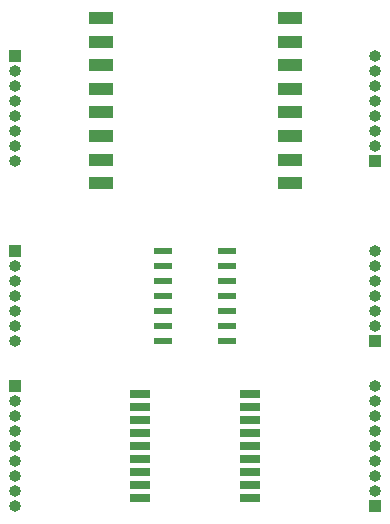
<source format=gbr>
%TF.GenerationSoftware,KiCad,Pcbnew,(5.1.10)-1*%
%TF.CreationDate,2021-12-23T09:49:10-08:00*%
%TF.ProjectId,ats-remote,6174732d-7265-46d6-9f74-652e6b696361,rev?*%
%TF.SameCoordinates,Original*%
%TF.FileFunction,Soldermask,Top*%
%TF.FilePolarity,Negative*%
%FSLAX46Y46*%
G04 Gerber Fmt 4.6, Leading zero omitted, Abs format (unit mm)*
G04 Created by KiCad (PCBNEW (5.1.10)-1) date 2021-12-23 09:49:10*
%MOMM*%
%LPD*%
G01*
G04 APERTURE LIST*
%ADD10R,1.800000X0.700000*%
%ADD11R,1.550000X0.600000*%
%ADD12R,2.000000X1.000000*%
%ADD13O,1.000000X1.000000*%
%ADD14R,1.000000X1.000000*%
G04 APERTURE END LIST*
D10*
%TO.C,GPS*%
X162130000Y-119970000D03*
X162130000Y-118870000D03*
X162130000Y-117770000D03*
X162130000Y-116670000D03*
X162130000Y-115570000D03*
X162130000Y-114470000D03*
X162130000Y-113370000D03*
X162130000Y-112270000D03*
X162130000Y-111170000D03*
X152830000Y-119970000D03*
X152830000Y-118870000D03*
X152830000Y-117770000D03*
X152830000Y-116670000D03*
X152830000Y-115570000D03*
X152830000Y-114470000D03*
X152830000Y-113370000D03*
X152830000Y-112270000D03*
X152830000Y-111170000D03*
%TD*%
D11*
%TO.C,uC*%
X154780000Y-106680000D03*
X160180000Y-106680000D03*
X154780000Y-105410000D03*
X160180000Y-105410000D03*
X154780000Y-104140000D03*
X160180000Y-104140000D03*
X154780000Y-102870000D03*
X160180000Y-102870000D03*
X154780000Y-101600000D03*
X160180000Y-101600000D03*
X154780000Y-100330000D03*
X160180000Y-100330000D03*
X154780000Y-99060000D03*
X160180000Y-99060000D03*
%TD*%
D12*
%TO.C,LORA*%
X165480000Y-79360000D03*
X165480000Y-81360000D03*
X165480000Y-83360000D03*
X165480000Y-85360000D03*
X165480000Y-87360000D03*
X165480000Y-89360000D03*
X165480000Y-91360000D03*
X165480000Y-93360000D03*
X149480000Y-93360000D03*
X149480000Y-91360000D03*
X149480000Y-89360000D03*
X149480000Y-87360000D03*
X149480000Y-85360000D03*
X149480000Y-83360000D03*
X149480000Y-81360000D03*
X149480000Y-79360000D03*
%TD*%
D13*
%TO.C,J6*%
X172720000Y-110490000D03*
X172720000Y-111760000D03*
X172720000Y-113030000D03*
X172720000Y-114300000D03*
X172720000Y-115570000D03*
X172720000Y-116840000D03*
X172720000Y-118110000D03*
X172720000Y-119380000D03*
D14*
X172720000Y-120650000D03*
%TD*%
D13*
%TO.C,J5*%
X142240000Y-120650000D03*
X142240000Y-119380000D03*
X142240000Y-118110000D03*
X142240000Y-116840000D03*
X142240000Y-115570000D03*
X142240000Y-114300000D03*
X142240000Y-113030000D03*
X142240000Y-111760000D03*
D14*
X142240000Y-110490000D03*
%TD*%
D13*
%TO.C,J4*%
X172720000Y-99060000D03*
X172720000Y-100330000D03*
X172720000Y-101600000D03*
X172720000Y-102870000D03*
X172720000Y-104140000D03*
X172720000Y-105410000D03*
D14*
X172720000Y-106680000D03*
%TD*%
D13*
%TO.C,J3*%
X142240000Y-106680000D03*
X142240000Y-105410000D03*
X142240000Y-104140000D03*
X142240000Y-102870000D03*
X142240000Y-101600000D03*
X142240000Y-100330000D03*
D14*
X142240000Y-99060000D03*
%TD*%
D13*
%TO.C,J2*%
X172720000Y-82550000D03*
X172720000Y-83820000D03*
X172720000Y-85090000D03*
X172720000Y-86360000D03*
X172720000Y-87630000D03*
X172720000Y-88900000D03*
X172720000Y-90170000D03*
D14*
X172720000Y-91440000D03*
%TD*%
D13*
%TO.C,J1*%
X142240000Y-91440000D03*
X142240000Y-90170000D03*
X142240000Y-88900000D03*
X142240000Y-87630000D03*
X142240000Y-86360000D03*
X142240000Y-85090000D03*
X142240000Y-83820000D03*
D14*
X142240000Y-82550000D03*
%TD*%
M02*

</source>
